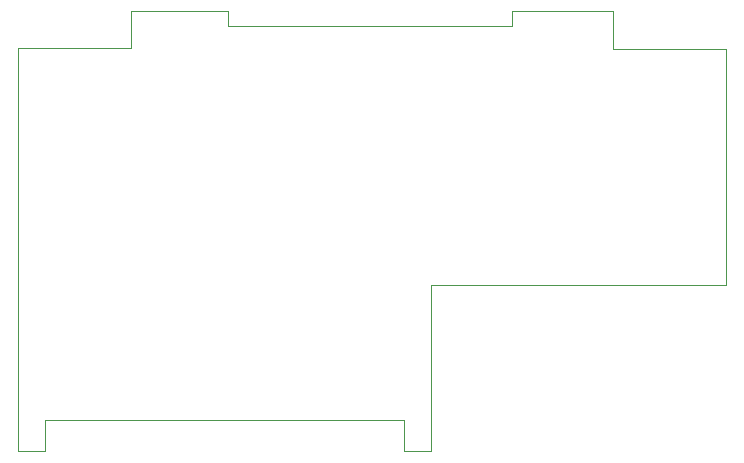
<source format=gbr>
%TF.GenerationSoftware,KiCad,Pcbnew,9.0.6-rc1*%
%TF.CreationDate,2025-10-18T13:39:51+01:00*%
%TF.ProjectId,PIDI-BOX-01-IO-6-SIDEB-A1,50494449-2d42-44f5-982d-30312d494f2d,rev?*%
%TF.SameCoordinates,Original*%
%TF.FileFunction,Profile,NP*%
%FSLAX46Y46*%
G04 Gerber Fmt 4.6, Leading zero omitted, Abs format (unit mm)*
G04 Created by KiCad (PCBNEW 9.0.6-rc1) date 2025-10-18 13:39:51*
%MOMM*%
%LPD*%
G01*
G04 APERTURE LIST*
%TA.AperFunction,Profile*%
%ADD10C,0.100000*%
%TD*%
G04 APERTURE END LIST*
D10*
X100940000Y-74472800D02*
X100940000Y-77647800D01*
X141808000Y-77724000D02*
X151360800Y-77724000D01*
X133248400Y-75708000D02*
X133248400Y-74472800D01*
X124053600Y-111734600D02*
X126352300Y-111734600D01*
X141808000Y-74472800D02*
X133250000Y-74472800D01*
X124053600Y-109093000D02*
X124053600Y-111734600D01*
X126365070Y-97664606D02*
X151360800Y-97663000D01*
X109220000Y-74472800D02*
X109220000Y-75708000D01*
X109220000Y-75708000D02*
X133248400Y-75708000D01*
X151360800Y-77724000D02*
X151360800Y-97663000D01*
X93675200Y-111760000D02*
X93675200Y-109093000D01*
X100940000Y-77645600D02*
X91440000Y-77647800D01*
X93675200Y-109093000D02*
X124053600Y-109093000D01*
X91440000Y-77647800D02*
X91440000Y-111760000D01*
X109220000Y-74472800D02*
X100940000Y-74472800D01*
X91440000Y-111760000D02*
X93675200Y-111760000D01*
X126352300Y-111734600D02*
X126365070Y-97664606D01*
X141808000Y-77724000D02*
X141808000Y-74472800D01*
M02*

</source>
